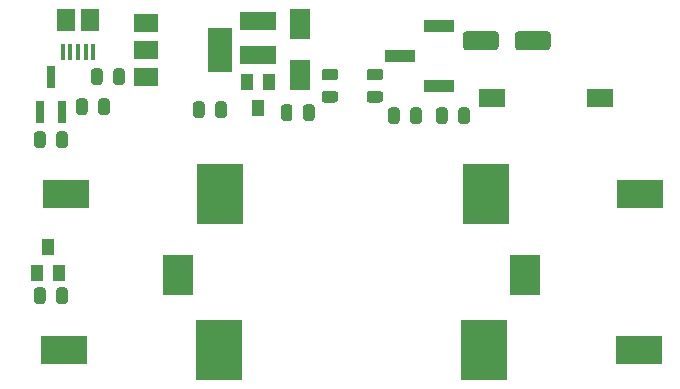
<source format=gbp>
G04 #@! TF.GenerationSoftware,KiCad,Pcbnew,5.1.6-c6e7f7d~87~ubuntu18.04.1*
G04 #@! TF.CreationDate,2020-07-15T21:40:22+02:00*
G04 #@! TF.ProjectId,Mini-BT-Pcb-328P,4d696e69-2d42-4542-9d50-63622d333238,2.0*
G04 #@! TF.SameCoordinates,Original*
G04 #@! TF.FileFunction,Paste,Bot*
G04 #@! TF.FilePolarity,Positive*
%FSLAX46Y46*%
G04 Gerber Fmt 4.6, Leading zero omitted, Abs format (unit mm)*
G04 Created by KiCad (PCBNEW 5.1.6-c6e7f7d~87~ubuntu18.04.1) date 2020-07-15 21:40:22*
%MOMM*%
%LPD*%
G01*
G04 APERTURE LIST*
%ADD10R,2.180000X1.600000*%
%ADD11R,2.540000X3.510000*%
%ADD12R,3.020000X1.510000*%
%ADD13R,2.510000X1.000000*%
%ADD14R,1.500000X1.900000*%
%ADD15R,0.400000X1.350000*%
%ADD16R,1.000000X1.400000*%
%ADD17R,2.000000X3.800000*%
%ADD18R,2.000000X1.500000*%
%ADD19R,0.800000X1.900000*%
%ADD20R,3.960000X5.080000*%
%ADD21R,3.960000X2.340000*%
%ADD22R,1.750000X2.650000*%
G04 APERTURE END LIST*
D10*
X180622000Y-81280000D03*
X171422000Y-81280000D03*
G36*
G01*
X169020000Y-77004000D02*
X169020000Y-75904000D01*
G75*
G02*
X169270000Y-75654000I250000J0D01*
G01*
X171770000Y-75654000D01*
G75*
G02*
X172020000Y-75904000I0J-250000D01*
G01*
X172020000Y-77004000D01*
G75*
G02*
X171770000Y-77254000I-250000J0D01*
G01*
X169270000Y-77254000D01*
G75*
G02*
X169020000Y-77004000I0J250000D01*
G01*
G37*
G36*
G01*
X173420000Y-77004000D02*
X173420000Y-75904000D01*
G75*
G02*
X173670000Y-75654000I250000J0D01*
G01*
X176170000Y-75654000D01*
G75*
G02*
X176420000Y-75904000I0J-250000D01*
G01*
X176420000Y-77004000D01*
G75*
G02*
X176170000Y-77254000I-250000J0D01*
G01*
X173670000Y-77254000D01*
G75*
G02*
X173420000Y-77004000I0J250000D01*
G01*
G37*
D11*
X144900000Y-96266000D03*
X174260000Y-96266000D03*
D12*
X151638000Y-77650000D03*
X151638000Y-74750000D03*
G36*
G01*
X133662000Y-97587750D02*
X133662000Y-98500250D01*
G75*
G02*
X133418250Y-98744000I-243750J0D01*
G01*
X132930750Y-98744000D01*
G75*
G02*
X132687000Y-98500250I0J243750D01*
G01*
X132687000Y-97587750D01*
G75*
G02*
X132930750Y-97344000I243750J0D01*
G01*
X133418250Y-97344000D01*
G75*
G02*
X133662000Y-97587750I0J-243750D01*
G01*
G37*
G36*
G01*
X135537000Y-97587750D02*
X135537000Y-98500250D01*
G75*
G02*
X135293250Y-98744000I-243750J0D01*
G01*
X134805750Y-98744000D01*
G75*
G02*
X134562000Y-98500250I0J243750D01*
G01*
X134562000Y-97587750D01*
G75*
G02*
X134805750Y-97344000I243750J0D01*
G01*
X135293250Y-97344000D01*
G75*
G02*
X135537000Y-97587750I0J-243750D01*
G01*
G37*
G36*
G01*
X137513000Y-79958250D02*
X137513000Y-79045750D01*
G75*
G02*
X137756750Y-78802000I243750J0D01*
G01*
X138244250Y-78802000D01*
G75*
G02*
X138488000Y-79045750I0J-243750D01*
G01*
X138488000Y-79958250D01*
G75*
G02*
X138244250Y-80202000I-243750J0D01*
G01*
X137756750Y-80202000D01*
G75*
G02*
X137513000Y-79958250I0J243750D01*
G01*
G37*
G36*
G01*
X139388000Y-79958250D02*
X139388000Y-79045750D01*
G75*
G02*
X139631750Y-78802000I243750J0D01*
G01*
X140119250Y-78802000D01*
G75*
G02*
X140363000Y-79045750I0J-243750D01*
G01*
X140363000Y-79958250D01*
G75*
G02*
X140119250Y-80202000I-243750J0D01*
G01*
X139631750Y-80202000D01*
G75*
G02*
X139388000Y-79958250I0J243750D01*
G01*
G37*
G36*
G01*
X134562000Y-85292250D02*
X134562000Y-84379750D01*
G75*
G02*
X134805750Y-84136000I243750J0D01*
G01*
X135293250Y-84136000D01*
G75*
G02*
X135537000Y-84379750I0J-243750D01*
G01*
X135537000Y-85292250D01*
G75*
G02*
X135293250Y-85536000I-243750J0D01*
G01*
X134805750Y-85536000D01*
G75*
G02*
X134562000Y-85292250I0J243750D01*
G01*
G37*
G36*
G01*
X132687000Y-85292250D02*
X132687000Y-84379750D01*
G75*
G02*
X132930750Y-84136000I243750J0D01*
G01*
X133418250Y-84136000D01*
G75*
G02*
X133662000Y-84379750I0J-243750D01*
G01*
X133662000Y-85292250D01*
G75*
G02*
X133418250Y-85536000I-243750J0D01*
G01*
X132930750Y-85536000D01*
G75*
G02*
X132687000Y-85292250I0J243750D01*
G01*
G37*
G36*
G01*
X169573000Y-82347750D02*
X169573000Y-83260250D01*
G75*
G02*
X169329250Y-83504000I-243750J0D01*
G01*
X168841750Y-83504000D01*
G75*
G02*
X168598000Y-83260250I0J243750D01*
G01*
X168598000Y-82347750D01*
G75*
G02*
X168841750Y-82104000I243750J0D01*
G01*
X169329250Y-82104000D01*
G75*
G02*
X169573000Y-82347750I0J-243750D01*
G01*
G37*
G36*
G01*
X167698000Y-82347750D02*
X167698000Y-83260250D01*
G75*
G02*
X167454250Y-83504000I-243750J0D01*
G01*
X166966750Y-83504000D01*
G75*
G02*
X166723000Y-83260250I0J243750D01*
G01*
X166723000Y-82347750D01*
G75*
G02*
X166966750Y-82104000I243750J0D01*
G01*
X167454250Y-82104000D01*
G75*
G02*
X167698000Y-82347750I0J-243750D01*
G01*
G37*
D13*
X167009000Y-75184000D03*
X167009000Y-80264000D03*
X163699000Y-77724000D03*
D14*
X137398000Y-74708500D03*
D15*
X135748000Y-77408500D03*
X135098000Y-77408500D03*
X137698000Y-77408500D03*
X137048000Y-77408500D03*
X136398000Y-77408500D03*
D14*
X135398000Y-74708500D03*
D16*
X151638000Y-82126000D03*
X152588000Y-79926000D03*
X150688000Y-79926000D03*
X133858000Y-93896000D03*
X132908000Y-96096000D03*
X134808000Y-96096000D03*
D17*
X148438000Y-77216000D03*
D18*
X142138000Y-77216000D03*
X142138000Y-74916000D03*
X142138000Y-79516000D03*
D19*
X135062000Y-82526000D03*
X133162000Y-82526000D03*
X134112000Y-79526000D03*
G36*
G01*
X157277750Y-80714000D02*
X158190250Y-80714000D01*
G75*
G02*
X158434000Y-80957750I0J-243750D01*
G01*
X158434000Y-81445250D01*
G75*
G02*
X158190250Y-81689000I-243750J0D01*
G01*
X157277750Y-81689000D01*
G75*
G02*
X157034000Y-81445250I0J243750D01*
G01*
X157034000Y-80957750D01*
G75*
G02*
X157277750Y-80714000I243750J0D01*
G01*
G37*
G36*
G01*
X157277750Y-78839000D02*
X158190250Y-78839000D01*
G75*
G02*
X158434000Y-79082750I0J-243750D01*
G01*
X158434000Y-79570250D01*
G75*
G02*
X158190250Y-79814000I-243750J0D01*
G01*
X157277750Y-79814000D01*
G75*
G02*
X157034000Y-79570250I0J243750D01*
G01*
X157034000Y-79082750D01*
G75*
G02*
X157277750Y-78839000I243750J0D01*
G01*
G37*
G36*
G01*
X162000250Y-79814000D02*
X161087750Y-79814000D01*
G75*
G02*
X160844000Y-79570250I0J243750D01*
G01*
X160844000Y-79082750D01*
G75*
G02*
X161087750Y-78839000I243750J0D01*
G01*
X162000250Y-78839000D01*
G75*
G02*
X162244000Y-79082750I0J-243750D01*
G01*
X162244000Y-79570250D01*
G75*
G02*
X162000250Y-79814000I-243750J0D01*
G01*
G37*
G36*
G01*
X162000250Y-81689000D02*
X161087750Y-81689000D01*
G75*
G02*
X160844000Y-81445250I0J243750D01*
G01*
X160844000Y-80957750D01*
G75*
G02*
X161087750Y-80714000I243750J0D01*
G01*
X162000250Y-80714000D01*
G75*
G02*
X162244000Y-80957750I0J-243750D01*
G01*
X162244000Y-81445250D01*
G75*
G02*
X162000250Y-81689000I-243750J0D01*
G01*
G37*
G36*
G01*
X139093000Y-81585750D02*
X139093000Y-82498250D01*
G75*
G02*
X138849250Y-82742000I-243750J0D01*
G01*
X138361750Y-82742000D01*
G75*
G02*
X138118000Y-82498250I0J243750D01*
G01*
X138118000Y-81585750D01*
G75*
G02*
X138361750Y-81342000I243750J0D01*
G01*
X138849250Y-81342000D01*
G75*
G02*
X139093000Y-81585750I0J-243750D01*
G01*
G37*
G36*
G01*
X137218000Y-81585750D02*
X137218000Y-82498250D01*
G75*
G02*
X136974250Y-82742000I-243750J0D01*
G01*
X136486750Y-82742000D01*
G75*
G02*
X136243000Y-82498250I0J243750D01*
G01*
X136243000Y-81585750D01*
G75*
G02*
X136486750Y-81342000I243750J0D01*
G01*
X136974250Y-81342000D01*
G75*
G02*
X137218000Y-81585750I0J-243750D01*
G01*
G37*
G36*
G01*
X148024000Y-82752250D02*
X148024000Y-81839750D01*
G75*
G02*
X148267750Y-81596000I243750J0D01*
G01*
X148755250Y-81596000D01*
G75*
G02*
X148999000Y-81839750I0J-243750D01*
G01*
X148999000Y-82752250D01*
G75*
G02*
X148755250Y-82996000I-243750J0D01*
G01*
X148267750Y-82996000D01*
G75*
G02*
X148024000Y-82752250I0J243750D01*
G01*
G37*
G36*
G01*
X146149000Y-82752250D02*
X146149000Y-81839750D01*
G75*
G02*
X146392750Y-81596000I243750J0D01*
G01*
X146880250Y-81596000D01*
G75*
G02*
X147124000Y-81839750I0J-243750D01*
G01*
X147124000Y-82752250D01*
G75*
G02*
X146880250Y-82996000I-243750J0D01*
G01*
X146392750Y-82996000D01*
G75*
G02*
X146149000Y-82752250I0J243750D01*
G01*
G37*
G36*
G01*
X153593500Y-83006250D02*
X153593500Y-82093750D01*
G75*
G02*
X153837250Y-81850000I243750J0D01*
G01*
X154324750Y-81850000D01*
G75*
G02*
X154568500Y-82093750I0J-243750D01*
G01*
X154568500Y-83006250D01*
G75*
G02*
X154324750Y-83250000I-243750J0D01*
G01*
X153837250Y-83250000D01*
G75*
G02*
X153593500Y-83006250I0J243750D01*
G01*
G37*
G36*
G01*
X155468500Y-83006250D02*
X155468500Y-82093750D01*
G75*
G02*
X155712250Y-81850000I243750J0D01*
G01*
X156199750Y-81850000D01*
G75*
G02*
X156443500Y-82093750I0J-243750D01*
G01*
X156443500Y-83006250D01*
G75*
G02*
X156199750Y-83250000I-243750J0D01*
G01*
X155712250Y-83250000D01*
G75*
G02*
X155468500Y-83006250I0J243750D01*
G01*
G37*
G36*
G01*
X165509000Y-82347750D02*
X165509000Y-83260250D01*
G75*
G02*
X165265250Y-83504000I-243750J0D01*
G01*
X164777750Y-83504000D01*
G75*
G02*
X164534000Y-83260250I0J243750D01*
G01*
X164534000Y-82347750D01*
G75*
G02*
X164777750Y-82104000I243750J0D01*
G01*
X165265250Y-82104000D01*
G75*
G02*
X165509000Y-82347750I0J-243750D01*
G01*
G37*
G36*
G01*
X163634000Y-82347750D02*
X163634000Y-83260250D01*
G75*
G02*
X163390250Y-83504000I-243750J0D01*
G01*
X162902750Y-83504000D01*
G75*
G02*
X162659000Y-83260250I0J243750D01*
G01*
X162659000Y-82347750D01*
G75*
G02*
X162902750Y-82104000I243750J0D01*
G01*
X163390250Y-82104000D01*
G75*
G02*
X163634000Y-82347750I0J-243750D01*
G01*
G37*
D20*
X148335500Y-102616000D03*
D21*
X135255500Y-102616000D03*
X183896000Y-102616000D03*
D20*
X170816000Y-102616000D03*
X170942500Y-89408000D03*
D21*
X184022500Y-89408000D03*
X135382000Y-89408000D03*
D20*
X148462000Y-89408000D03*
D22*
X155194000Y-75066000D03*
X155194000Y-79366000D03*
M02*

</source>
